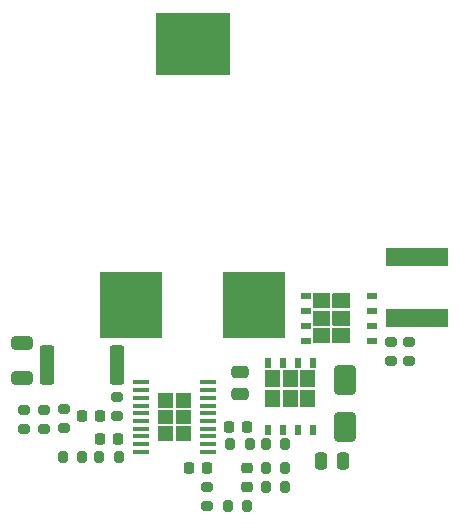
<source format=gbr>
%TF.GenerationSoftware,KiCad,Pcbnew,9.0.6*%
%TF.CreationDate,2026-01-21T08:09:24+01:00*%
%TF.ProjectId,Boost converter,426f6f73-7420-4636-9f6e-766572746572,rev?*%
%TF.SameCoordinates,Original*%
%TF.FileFunction,Paste,Top*%
%TF.FilePolarity,Positive*%
%FSLAX46Y46*%
G04 Gerber Fmt 4.6, Leading zero omitted, Abs format (unit mm)*
G04 Created by KiCad (PCBNEW 9.0.6) date 2026-01-21 08:09:24*
%MOMM*%
%LPD*%
G01*
G04 APERTURE LIST*
G04 Aperture macros list*
%AMRoundRect*
0 Rectangle with rounded corners*
0 $1 Rounding radius*
0 $2 $3 $4 $5 $6 $7 $8 $9 X,Y pos of 4 corners*
0 Add a 4 corners polygon primitive as box body*
4,1,4,$2,$3,$4,$5,$6,$7,$8,$9,$2,$3,0*
0 Add four circle primitives for the rounded corners*
1,1,$1+$1,$2,$3*
1,1,$1+$1,$4,$5*
1,1,$1+$1,$6,$7*
1,1,$1+$1,$8,$9*
0 Add four rect primitives between the rounded corners*
20,1,$1+$1,$2,$3,$4,$5,0*
20,1,$1+$1,$4,$5,$6,$7,0*
20,1,$1+$1,$6,$7,$8,$9,0*
20,1,$1+$1,$8,$9,$2,$3,0*%
G04 Aperture macros list end*
%ADD10C,0.000000*%
%ADD11RoundRect,0.200000X0.200000X0.275000X-0.200000X0.275000X-0.200000X-0.275000X0.200000X-0.275000X0*%
%ADD12RoundRect,0.200000X-0.200000X-0.275000X0.200000X-0.275000X0.200000X0.275000X-0.200000X0.275000X0*%
%ADD13RoundRect,0.250000X-0.362500X-1.425000X0.362500X-1.425000X0.362500X1.425000X-0.362500X1.425000X0*%
%ADD14R,0.860001X0.509999*%
%ADD15RoundRect,0.200000X-0.275000X0.200000X-0.275000X-0.200000X0.275000X-0.200000X0.275000X0.200000X0*%
%ADD16RoundRect,0.225000X-0.225000X-0.250000X0.225000X-0.250000X0.225000X0.250000X-0.225000X0.250000X0*%
%ADD17RoundRect,0.250000X0.650000X-0.325000X0.650000X0.325000X-0.650000X0.325000X-0.650000X-0.325000X0*%
%ADD18RoundRect,0.250000X-0.475000X0.250000X-0.475000X-0.250000X0.475000X-0.250000X0.475000X0.250000X0*%
%ADD19RoundRect,0.200000X0.275000X-0.200000X0.275000X0.200000X-0.275000X0.200000X-0.275000X-0.200000X0*%
%ADD20R,1.422400X0.355600*%
%ADD21RoundRect,0.225000X0.225000X0.250000X-0.225000X0.250000X-0.225000X-0.250000X0.225000X-0.250000X0*%
%ADD22RoundRect,0.250000X0.250000X0.475000X-0.250000X0.475000X-0.250000X-0.475000X0.250000X-0.475000X0*%
%ADD23R,0.509999X0.860001*%
%ADD24RoundRect,0.250000X-0.650000X1.000000X-0.650000X-1.000000X0.650000X-1.000000X0.650000X1.000000X0*%
%ADD25R,5.308600X1.625600*%
%ADD26RoundRect,0.225000X0.250000X-0.225000X0.250000X0.225000X-0.250000X0.225000X-0.250000X-0.225000X0*%
%ADD27R,5.334000X5.588000*%
%ADD28R,6.350000X5.283200*%
G04 APERTURE END LIST*
D10*
%TO.C,2*%
G36*
X179979111Y-134190976D02*
G01*
X179988641Y-134193866D01*
X179997424Y-134198563D01*
X180005123Y-134204880D01*
X180011440Y-134212578D01*
X180016134Y-134221359D01*
X180019025Y-134230889D01*
X180020000Y-134240800D01*
X180020000Y-135409200D01*
X180019025Y-135419111D01*
X180016134Y-135428642D01*
X180011440Y-135437422D01*
X180005123Y-135445121D01*
X179997424Y-135451438D01*
X179988641Y-135456135D01*
X179979111Y-135459025D01*
X179969200Y-135460000D01*
X178590800Y-135460000D01*
X178580892Y-135459025D01*
X178571362Y-135456135D01*
X178562578Y-135451438D01*
X178554880Y-135445121D01*
X178548563Y-135437422D01*
X178543869Y-135428642D01*
X178540978Y-135419111D01*
X178540000Y-135409200D01*
X178540000Y-134240800D01*
X178540978Y-134230889D01*
X178543869Y-134221359D01*
X178548563Y-134212578D01*
X178554880Y-134204880D01*
X178562578Y-134198563D01*
X178571362Y-134193866D01*
X178580892Y-134190976D01*
X178590800Y-134190000D01*
X179969200Y-134190000D01*
X179979111Y-134190976D01*
G37*
G36*
X179979111Y-135660975D02*
G01*
X179988641Y-135663866D01*
X179997424Y-135668562D01*
X180005123Y-135674879D01*
X180011440Y-135682578D01*
X180016134Y-135691359D01*
X180019025Y-135700889D01*
X180020000Y-135710800D01*
X180020000Y-136879200D01*
X180019025Y-136889111D01*
X180016134Y-136898641D01*
X180011440Y-136907422D01*
X180005123Y-136915121D01*
X179997424Y-136921438D01*
X179988641Y-136926134D01*
X179979111Y-136929025D01*
X179969200Y-136930000D01*
X178590800Y-136930000D01*
X178580892Y-136929025D01*
X178571362Y-136926134D01*
X178562578Y-136921438D01*
X178554880Y-136915121D01*
X178548563Y-136907422D01*
X178543869Y-136898641D01*
X178540978Y-136889111D01*
X178540000Y-136879200D01*
X178540000Y-135710800D01*
X178540978Y-135700889D01*
X178543869Y-135691359D01*
X178548563Y-135682578D01*
X178554880Y-135674879D01*
X178562578Y-135668562D01*
X178571362Y-135663866D01*
X178580892Y-135660975D01*
X178590800Y-135660000D01*
X179969200Y-135660000D01*
X179979111Y-135660975D01*
G37*
G36*
X179979111Y-137130975D02*
G01*
X179988641Y-137133865D01*
X179997424Y-137138562D01*
X180005123Y-137144879D01*
X180011440Y-137152578D01*
X180016134Y-137161358D01*
X180019025Y-137170889D01*
X180020000Y-137180800D01*
X180020000Y-138349200D01*
X180019025Y-138359111D01*
X180016134Y-138368641D01*
X180011440Y-138377422D01*
X180005123Y-138385120D01*
X179997424Y-138391437D01*
X179988641Y-138396134D01*
X179979111Y-138399024D01*
X179969200Y-138400000D01*
X178590800Y-138400000D01*
X178580892Y-138399024D01*
X178571362Y-138396134D01*
X178562578Y-138391437D01*
X178554880Y-138385120D01*
X178548563Y-138377422D01*
X178543869Y-138368641D01*
X178540978Y-138359111D01*
X178540000Y-138349200D01*
X178540000Y-137180800D01*
X178540978Y-137170889D01*
X178543869Y-137161358D01*
X178548563Y-137152578D01*
X178554880Y-137144879D01*
X178562578Y-137138562D01*
X178571362Y-137133865D01*
X178580892Y-137130975D01*
X178590800Y-137130000D01*
X179969200Y-137130000D01*
X179979111Y-137130975D01*
G37*
G36*
X181659110Y-134190976D02*
G01*
X181668640Y-134193866D01*
X181677424Y-134198563D01*
X181685122Y-134204880D01*
X181691439Y-134212578D01*
X181696133Y-134221359D01*
X181699024Y-134230889D01*
X181700002Y-134240800D01*
X181700002Y-135409200D01*
X181699024Y-135419111D01*
X181696133Y-135428642D01*
X181691439Y-135437422D01*
X181685122Y-135445121D01*
X181677424Y-135451438D01*
X181668640Y-135456135D01*
X181659110Y-135459025D01*
X181649202Y-135460000D01*
X180270802Y-135460000D01*
X180260891Y-135459025D01*
X180251361Y-135456135D01*
X180242578Y-135451438D01*
X180234879Y-135445121D01*
X180228562Y-135437422D01*
X180223868Y-135428642D01*
X180220977Y-135419111D01*
X180220002Y-135409200D01*
X180220002Y-134240800D01*
X180220977Y-134230889D01*
X180223868Y-134221359D01*
X180228562Y-134212578D01*
X180234879Y-134204880D01*
X180242578Y-134198563D01*
X180251361Y-134193866D01*
X180260891Y-134190976D01*
X180270802Y-134190000D01*
X181649202Y-134190000D01*
X181659110Y-134190976D01*
G37*
G36*
X181659110Y-135660975D02*
G01*
X181668640Y-135663866D01*
X181677424Y-135668562D01*
X181685122Y-135674879D01*
X181691439Y-135682578D01*
X181696133Y-135691359D01*
X181699024Y-135700889D01*
X181700002Y-135710800D01*
X181700002Y-136879200D01*
X181699024Y-136889111D01*
X181696133Y-136898641D01*
X181691439Y-136907422D01*
X181685122Y-136915121D01*
X181677424Y-136921438D01*
X181668640Y-136926134D01*
X181659110Y-136929025D01*
X181649202Y-136930000D01*
X180270802Y-136930000D01*
X180260891Y-136929025D01*
X180251361Y-136926134D01*
X180242578Y-136921438D01*
X180234879Y-136915121D01*
X180228562Y-136907422D01*
X180223868Y-136898641D01*
X180220977Y-136889111D01*
X180220002Y-136879200D01*
X180220002Y-135710800D01*
X180220977Y-135700889D01*
X180223868Y-135691359D01*
X180228562Y-135682578D01*
X180234879Y-135674879D01*
X180242578Y-135668562D01*
X180251361Y-135663866D01*
X180260891Y-135660975D01*
X180270802Y-135660000D01*
X181649202Y-135660000D01*
X181659110Y-135660975D01*
G37*
G36*
X181659110Y-137130975D02*
G01*
X181668640Y-137133865D01*
X181677424Y-137138562D01*
X181685122Y-137144879D01*
X181691439Y-137152578D01*
X181696133Y-137161358D01*
X181699024Y-137170889D01*
X181700002Y-137180800D01*
X181700002Y-138349200D01*
X181699024Y-138359111D01*
X181696133Y-138368641D01*
X181691439Y-138377422D01*
X181685122Y-138385120D01*
X181677424Y-138391437D01*
X181668640Y-138396134D01*
X181659110Y-138399024D01*
X181649202Y-138400000D01*
X180270802Y-138400000D01*
X180260891Y-138399024D01*
X180251361Y-138396134D01*
X180242578Y-138391437D01*
X180234879Y-138385120D01*
X180228562Y-138377422D01*
X180223868Y-138368641D01*
X180220977Y-138359111D01*
X180220002Y-138349200D01*
X180220002Y-137180800D01*
X180220977Y-137170889D01*
X180223868Y-137161358D01*
X180228562Y-137152578D01*
X180234879Y-137144879D01*
X180242578Y-137138562D01*
X180251361Y-137133865D01*
X180260891Y-137130975D01*
X180270802Y-137130000D01*
X181649202Y-137130000D01*
X181659110Y-137130975D01*
G37*
%TO.C,U1*%
G36*
X166744800Y-143876500D02*
G01*
X165446200Y-143876500D01*
X165446200Y-142679500D01*
X166744800Y-142679500D01*
X166744800Y-143876500D01*
G37*
G36*
X166744800Y-145273500D02*
G01*
X165446200Y-145273500D01*
X165446200Y-144076500D01*
X166744800Y-144076500D01*
X166744800Y-145273500D01*
G37*
G36*
X166744800Y-146670500D02*
G01*
X165446200Y-146670500D01*
X165446200Y-145473500D01*
X166744800Y-145473500D01*
X166744800Y-146670500D01*
G37*
G36*
X168243400Y-143876500D02*
G01*
X166944800Y-143876500D01*
X166944800Y-142679500D01*
X168243400Y-142679500D01*
X168243400Y-143876500D01*
G37*
G36*
X168243400Y-145273500D02*
G01*
X166944800Y-145273500D01*
X166944800Y-144076500D01*
X168243400Y-144076500D01*
X168243400Y-145273500D01*
G37*
G36*
X168243400Y-146670500D02*
G01*
X166944800Y-146670500D01*
X166944800Y-145473500D01*
X168243400Y-145473500D01*
X168243400Y-146670500D01*
G37*
%TO.C,1*%
G36*
X175759111Y-140690978D02*
G01*
X175768642Y-140693869D01*
X175777422Y-140698563D01*
X175785121Y-140704880D01*
X175791438Y-140712578D01*
X175796135Y-140721362D01*
X175799025Y-140730892D01*
X175800000Y-140740800D01*
X175800000Y-142119200D01*
X175799025Y-142129111D01*
X175796135Y-142138641D01*
X175791438Y-142147424D01*
X175785121Y-142155123D01*
X175777422Y-142161440D01*
X175768642Y-142166134D01*
X175759111Y-142169025D01*
X175749200Y-142170000D01*
X174580800Y-142170000D01*
X174570889Y-142169025D01*
X174561359Y-142166134D01*
X174552578Y-142161440D01*
X174544880Y-142155123D01*
X174538563Y-142147424D01*
X174533866Y-142138641D01*
X174530976Y-142129111D01*
X174530000Y-142119200D01*
X174530000Y-140740800D01*
X174530976Y-140730892D01*
X174533866Y-140721362D01*
X174538563Y-140712578D01*
X174544880Y-140704880D01*
X174552578Y-140698563D01*
X174561359Y-140693869D01*
X174570889Y-140690978D01*
X174580800Y-140690000D01*
X175749200Y-140690000D01*
X175759111Y-140690978D01*
G37*
G36*
X175759111Y-142370977D02*
G01*
X175768642Y-142373868D01*
X175777422Y-142378562D01*
X175785121Y-142384879D01*
X175791438Y-142392578D01*
X175796135Y-142401361D01*
X175799025Y-142410891D01*
X175800000Y-142420802D01*
X175800000Y-143799202D01*
X175799025Y-143809110D01*
X175796135Y-143818640D01*
X175791438Y-143827424D01*
X175785121Y-143835122D01*
X175777422Y-143841439D01*
X175768642Y-143846133D01*
X175759111Y-143849024D01*
X175749200Y-143850002D01*
X174580800Y-143850002D01*
X174570889Y-143849024D01*
X174561359Y-143846133D01*
X174552578Y-143841439D01*
X174544880Y-143835122D01*
X174538563Y-143827424D01*
X174533866Y-143818640D01*
X174530976Y-143809110D01*
X174530000Y-143799202D01*
X174530000Y-142420802D01*
X174530976Y-142410891D01*
X174533866Y-142401361D01*
X174538563Y-142392578D01*
X174544880Y-142384879D01*
X174552578Y-142378562D01*
X174561359Y-142373868D01*
X174570889Y-142370977D01*
X174580800Y-142370002D01*
X175749200Y-142370002D01*
X175759111Y-142370977D01*
G37*
G36*
X177229111Y-140690978D02*
G01*
X177238641Y-140693869D01*
X177247422Y-140698563D01*
X177255121Y-140704880D01*
X177261438Y-140712578D01*
X177266134Y-140721362D01*
X177269025Y-140730892D01*
X177270000Y-140740800D01*
X177270000Y-142119200D01*
X177269025Y-142129111D01*
X177266134Y-142138641D01*
X177261438Y-142147424D01*
X177255121Y-142155123D01*
X177247422Y-142161440D01*
X177238641Y-142166134D01*
X177229111Y-142169025D01*
X177219200Y-142170000D01*
X176050800Y-142170000D01*
X176040889Y-142169025D01*
X176031359Y-142166134D01*
X176022578Y-142161440D01*
X176014879Y-142155123D01*
X176008562Y-142147424D01*
X176003866Y-142138641D01*
X176000975Y-142129111D01*
X176000000Y-142119200D01*
X176000000Y-140740800D01*
X176000975Y-140730892D01*
X176003866Y-140721362D01*
X176008562Y-140712578D01*
X176014879Y-140704880D01*
X176022578Y-140698563D01*
X176031359Y-140693869D01*
X176040889Y-140690978D01*
X176050800Y-140690000D01*
X177219200Y-140690000D01*
X177229111Y-140690978D01*
G37*
G36*
X177229111Y-142370977D02*
G01*
X177238641Y-142373868D01*
X177247422Y-142378562D01*
X177255121Y-142384879D01*
X177261438Y-142392578D01*
X177266134Y-142401361D01*
X177269025Y-142410891D01*
X177270000Y-142420802D01*
X177270000Y-143799202D01*
X177269025Y-143809110D01*
X177266134Y-143818640D01*
X177261438Y-143827424D01*
X177255121Y-143835122D01*
X177247422Y-143841439D01*
X177238641Y-143846133D01*
X177229111Y-143849024D01*
X177219200Y-143850002D01*
X176050800Y-143850002D01*
X176040889Y-143849024D01*
X176031359Y-143846133D01*
X176022578Y-143841439D01*
X176014879Y-143835122D01*
X176008562Y-143827424D01*
X176003866Y-143818640D01*
X176000975Y-143809110D01*
X176000000Y-143799202D01*
X176000000Y-142420802D01*
X176000975Y-142410891D01*
X176003866Y-142401361D01*
X176008562Y-142392578D01*
X176014879Y-142384879D01*
X176022578Y-142378562D01*
X176031359Y-142373868D01*
X176040889Y-142370977D01*
X176050800Y-142370002D01*
X177219200Y-142370002D01*
X177229111Y-142370977D01*
G37*
G36*
X178699111Y-140690978D02*
G01*
X178708641Y-140693869D01*
X178717422Y-140698563D01*
X178725120Y-140704880D01*
X178731437Y-140712578D01*
X178736134Y-140721362D01*
X178739024Y-140730892D01*
X178740000Y-140740800D01*
X178740000Y-142119200D01*
X178739024Y-142129111D01*
X178736134Y-142138641D01*
X178731437Y-142147424D01*
X178725120Y-142155123D01*
X178717422Y-142161440D01*
X178708641Y-142166134D01*
X178699111Y-142169025D01*
X178689200Y-142170000D01*
X177520800Y-142170000D01*
X177510889Y-142169025D01*
X177501358Y-142166134D01*
X177492578Y-142161440D01*
X177484879Y-142155123D01*
X177478562Y-142147424D01*
X177473865Y-142138641D01*
X177470975Y-142129111D01*
X177470000Y-142119200D01*
X177470000Y-140740800D01*
X177470975Y-140730892D01*
X177473865Y-140721362D01*
X177478562Y-140712578D01*
X177484879Y-140704880D01*
X177492578Y-140698563D01*
X177501358Y-140693869D01*
X177510889Y-140690978D01*
X177520800Y-140690000D01*
X178689200Y-140690000D01*
X178699111Y-140690978D01*
G37*
G36*
X178699111Y-142370977D02*
G01*
X178708641Y-142373868D01*
X178717422Y-142378562D01*
X178725120Y-142384879D01*
X178731437Y-142392578D01*
X178736134Y-142401361D01*
X178739024Y-142410891D01*
X178740000Y-142420802D01*
X178740000Y-143799202D01*
X178739024Y-143809110D01*
X178736134Y-143818640D01*
X178731437Y-143827424D01*
X178725120Y-143835122D01*
X178717422Y-143841439D01*
X178708641Y-143846133D01*
X178699111Y-143849024D01*
X178689200Y-143850002D01*
X177520800Y-143850002D01*
X177510889Y-143849024D01*
X177501358Y-143846133D01*
X177492578Y-143841439D01*
X177484879Y-143835122D01*
X177478562Y-143827424D01*
X177473865Y-143818640D01*
X177470975Y-143809110D01*
X177470000Y-143799202D01*
X177470000Y-142420802D01*
X177470975Y-142410891D01*
X177473865Y-142401361D01*
X177478562Y-142392578D01*
X177484879Y-142384879D01*
X177492578Y-142378562D01*
X177501358Y-142373868D01*
X177510889Y-142370977D01*
X177520800Y-142370002D01*
X178689200Y-142370002D01*
X178699111Y-142370977D01*
G37*
%TD*%
D11*
%TO.C,R14*%
X176225000Y-150600000D03*
X174575000Y-150600000D03*
%TD*%
D12*
%TO.C,R13*%
X174575000Y-149000000D03*
X176225000Y-149000000D03*
%TD*%
D13*
%TO.C,R5*%
X156037500Y-140250000D03*
X161962500Y-140250000D03*
%TD*%
D12*
%TO.C,R11*%
X171375000Y-152200000D03*
X173025000Y-152200000D03*
%TD*%
D14*
%TO.C,2*%
X183600000Y-138200000D03*
X183600000Y-136930000D03*
X183600000Y-135660000D03*
X183600000Y-134390000D03*
X177960002Y-134390000D03*
X177960002Y-135660000D03*
X177960002Y-136930000D03*
X177960002Y-138200000D03*
%TD*%
D15*
%TO.C,R9*%
X169600000Y-150575000D03*
X169600000Y-152225000D03*
%TD*%
D16*
%TO.C,C3*%
X160525000Y-146500000D03*
X162075000Y-146500000D03*
%TD*%
D15*
%TO.C,R3*%
X154100000Y-144075000D03*
X154100000Y-145725000D03*
%TD*%
D17*
%TO.C,C1*%
X153900000Y-141375000D03*
X153900000Y-138425000D03*
%TD*%
D12*
%TO.C,R7*%
X160475000Y-148100000D03*
X162125000Y-148100000D03*
%TD*%
D18*
%TO.C,C4*%
X172400000Y-140850000D03*
X172400000Y-142750000D03*
%TD*%
D15*
%TO.C,R15*%
X185170000Y-138300000D03*
X185170000Y-139950000D03*
%TD*%
D12*
%TO.C,R6*%
X157375000Y-148100000D03*
X159025000Y-148100000D03*
%TD*%
%TO.C,R8*%
X171550000Y-147000000D03*
X173200000Y-147000000D03*
%TD*%
%TO.C,R10*%
X174575000Y-147000000D03*
X176225000Y-147000000D03*
%TD*%
D19*
%TO.C,R2*%
X155800000Y-145725000D03*
X155800000Y-144075000D03*
%TD*%
D15*
%TO.C,R4*%
X162000000Y-142975000D03*
X162000000Y-144625000D03*
%TD*%
D16*
%TO.C,C5*%
X171475000Y-145500000D03*
X173025000Y-145500000D03*
%TD*%
D20*
%TO.C,U1*%
X164000000Y-141750000D03*
X164000000Y-142400001D03*
X164000000Y-143049999D03*
X164000000Y-143700001D03*
X164000000Y-144349999D03*
X164000000Y-144999998D03*
X164000000Y-145649999D03*
X164000000Y-146299998D03*
X164000000Y-146949999D03*
X164000000Y-147599998D03*
X169689600Y-147600000D03*
X169689600Y-146950002D03*
X169689600Y-146300001D03*
X169689600Y-145650002D03*
X169689600Y-145000001D03*
X169689600Y-144350002D03*
X169689600Y-143700001D03*
X169689600Y-143050002D03*
X169689600Y-142400001D03*
X169689600Y-141750002D03*
%TD*%
D21*
%TO.C,C6*%
X169600000Y-149000000D03*
X168050000Y-149000000D03*
%TD*%
D16*
%TO.C,C2*%
X158975000Y-144600000D03*
X160525000Y-144600000D03*
%TD*%
D22*
%TO.C,C8*%
X181150000Y-148400000D03*
X179250000Y-148400000D03*
%TD*%
D23*
%TO.C,1*%
X174730000Y-145750000D03*
X176000000Y-145750000D03*
X177270000Y-145750000D03*
X178540000Y-145750000D03*
X178540000Y-140110002D03*
X177270000Y-140110002D03*
X176000000Y-140110002D03*
X174730000Y-140110002D03*
%TD*%
D15*
%TO.C,R12*%
X186700000Y-138300000D03*
X186700000Y-139950000D03*
%TD*%
D24*
%TO.C,D1*%
X181250000Y-141500000D03*
X181250000Y-145500000D03*
%TD*%
D25*
%TO.C,C11*%
X187400000Y-136290800D03*
X187400000Y-131109200D03*
%TD*%
D15*
%TO.C,R1*%
X157500000Y-143975000D03*
X157500000Y-145625000D03*
%TD*%
D26*
%TO.C,C7*%
X173000000Y-150575000D03*
X173000000Y-149025000D03*
%TD*%
D27*
%TO.C,L1*%
X163184999Y-135161301D03*
X173614998Y-135161301D03*
D28*
X168400000Y-113086300D03*
%TD*%
M02*

</source>
